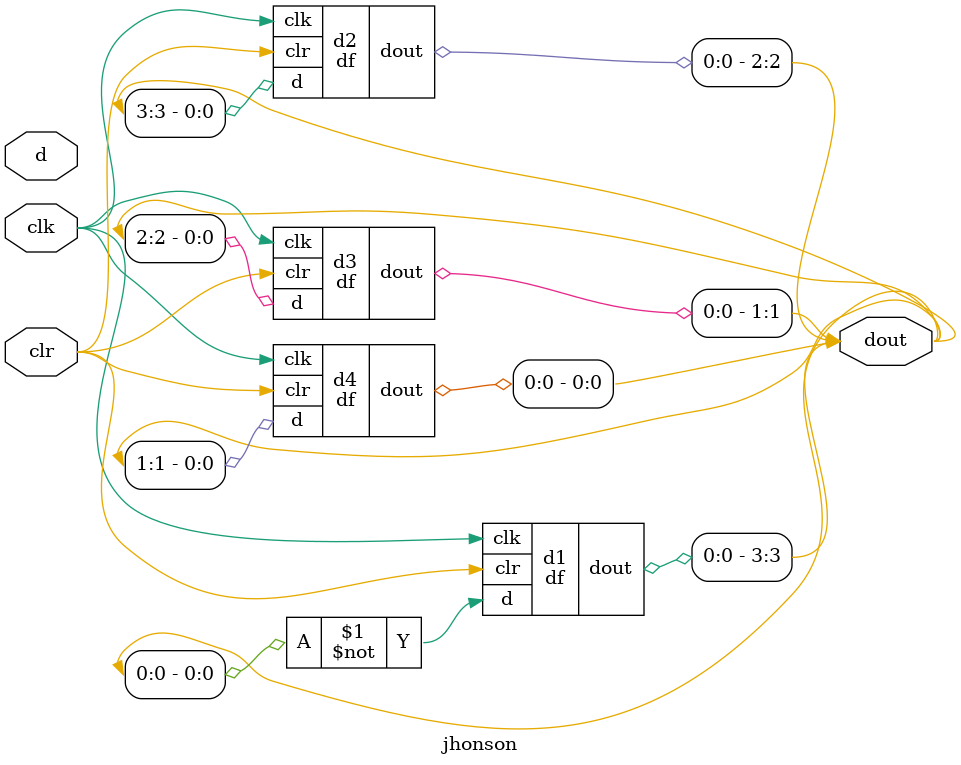
<source format=v>
`timescale 1ns / 1ps

module df(
    input clk, clr, d,
    output reg dout
    );
    
    always@(posedge clk)
    begin
    if(clr == 1'b1)
        dout <= 0;
    else 
        dout <= d;    
    end
    
endmodule



//4bit shift register 

module shift_reg(
    input clk, clr, d, 
    output [3:0] dout
);


df d1 (clk, clr, d, dout[3]);
df d2 (clk, clr, dout[3], dout[2]);
df d3 (clk, clr, dout[2], dout[1]);
df d4 (clk, clr, dout[1], dout[0]);


endmodule


module jhonson(
    input clk, clr, 
    input d, 
    output [3:0] dout
);

df d1 (clk, clr, ~dout[0], dout[3]);
df d2 (clk, clr, dout[3], dout[2]);
df d3 (clk, clr, dout[2], dout[1]);
df d4 (clk, clr, dout[1], dout[0]);


endmodule 

</source>
